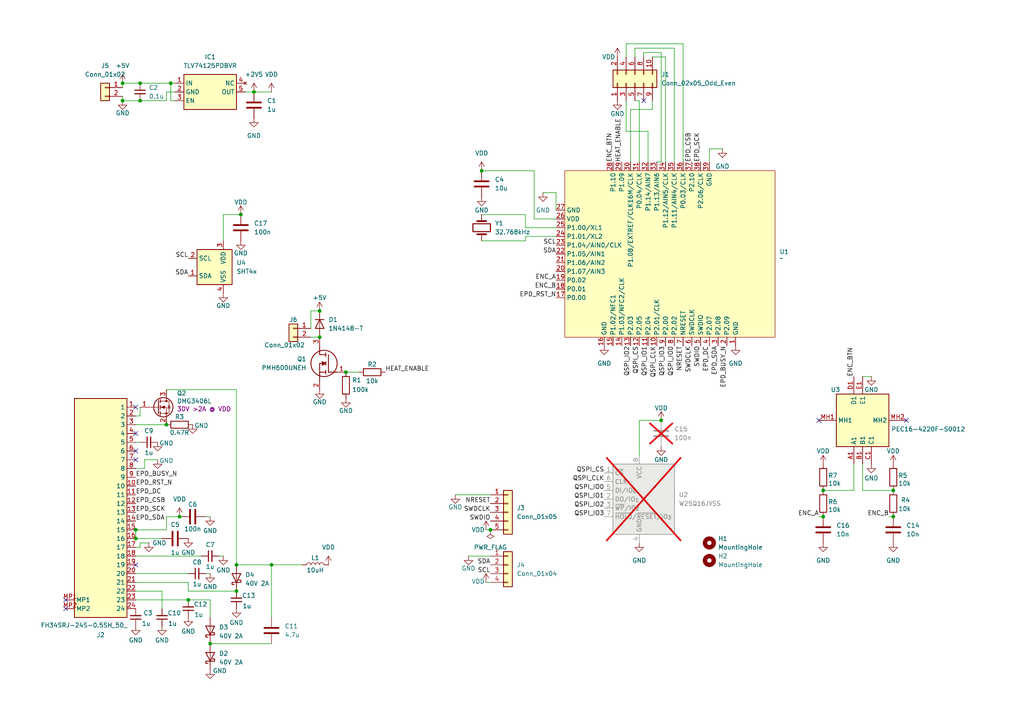
<source format=kicad_sch>
(kicad_sch (version 20250114) (generator "eeschema") (generator_version "9.0")
  (paper "A4")
  (lib_symbols
    (symbol "Connector_Generic:Conn_01x02" (pin_names (offset 1.016) (hide yes))
      (property "Reference" "J" (at 0 2.54 0))
      (property "Value" "Conn_01x02" (at 0 -5.08 0))
      (symbol "Conn_01x02_1_1"
        (pin passive line (at -5.08 0 0) (length 3.81) (name "Pin_1") (number "1"))
        (pin passive line (at -5.08 -2.54 0) (length 3.81) (name "Pin_2") (number "2"))
      )
    )
    (symbol "Connector_Generic:Conn_01x04" (pin_names (offset 1.016) (hide yes))
      (property "Reference" "J" (at 0 5.08 0))
      (property "Value" "Conn_01x04" (at 0 -7.62 0))
      (symbol "Conn_01x04_1_1"
        (pin passive line (at -5.08 2.54 0) (length 3.81) (name "Pin_1") (number "1"))
        (pin passive line (at -5.08 0 0) (length 3.81) (name "Pin_2") (number "2"))
        (pin passive line (at -5.08 -2.54 0) (length 3.81) (name "Pin_3") (number "3"))
        (pin passive line (at -5.08 -5.08 0) (length 3.81) (name "Pin_4") (number "4"))
      )
    )
    (symbol "Connector_Generic:Conn_01x05" (pin_names (offset 1.016) (hide yes))
      (property "Reference" "J" (at 0 7.62 0))
      (property "Value" "Conn_01x05" (at 0 -7.62 0))
      (symbol "Conn_01x05_1_1"
        (pin passive line (at -5.08 5.08 0) (length 3.81) (name "Pin_1") (number "1"))
        (pin passive line (at -5.08 2.54 0) (length 3.81) (name "Pin_2") (number "2"))
        (pin passive line (at -5.08 0 0) (length 3.81) (name "Pin_3") (number "3"))
        (pin passive line (at -5.08 -2.54 0) (length 3.81) (name "Pin_4") (number "4"))
        (pin passive line (at -5.08 -5.08 0) (length 3.81) (name "Pin_5") (number "5"))
      )
    )
    (symbol "Connector_Generic:Conn_02x05_Odd_Even" (pin_names (offset 1.016) (hide yes))
      (property "Reference" "J" (at 1.27 7.62 0))
      (property "Value" "Conn_02x05_Odd_Even" (at 1.27 -7.62 0))
      (symbol "Conn_02x05_Odd_Even_1_1"
        (pin passive line (at -5.08 5.08 0) (length 3.81) (name "Pin_1") (number "1"))
        (pin passive line (at -5.08 2.54 0) (length 3.81) (name "Pin_3") (number "3"))
        (pin passive line (at -5.08 0 0) (length 3.81) (name "Pin_5") (number "5"))
        (pin passive line (at -5.08 -2.54 0) (length 3.81) (name "Pin_7") (number "7"))
        (pin passive line (at -5.08 -5.08 0) (length 3.81) (name "Pin_9") (number "9"))
        (pin passive line (at 7.62 5.08 180) (length 3.81) (name "Pin_2") (number "2"))
        (pin passive line (at 7.62 2.54 180) (length 3.81) (name "Pin_4") (number "4"))
        (pin passive line (at 7.62 0 180) (length 3.81) (name "Pin_6") (number "6"))
        (pin passive line (at 7.62 -2.54 180) (length 3.81) (name "Pin_8") (number "8"))
        (pin passive line (at 7.62 -5.08 180) (length 3.81) (name "Pin_10") (number "10"))
      )
    )
    (symbol "Device:C" (pin_numbers (hide yes)) (pin_names (offset 0.254))
      (property "Reference" "C" (at 0.635 2.54 0))
      (property "Value" "C" (at 0.635 -2.54 0))
      (symbol "C_1_1"
        (pin passive line (at 0 3.81 270) (length 2.794) (name "~") (number "1"))
        (pin passive line (at 0 -3.81 90) (length 2.794) (name "~") (number "2"))
      )
    )
    (symbol "Device:C_Small" (pin_numbers (hide yes)) (pin_names (offset 0.254) (hide yes))
      (property "Reference" "C" (at 0.254 1.778 0))
      (property "Value" "C_Small" (at 0.254 -2.032 0))
      (symbol "C_Small_1_1"
        (pin passive line (at 0 2.54 270) (length 2.032) (name "~") (number "1"))
        (pin passive line (at 0 -2.54 90) (length 2.032) (name "~") (number "2"))
      )
    )
    (symbol "Device:Crystal" (pin_numbers (hide yes)) (pin_names (offset 1.016) (hide yes))
      (property "Reference" "Y" (at 0 3.81 0))
      (property "Value" "Crystal" (at 0 -3.81 0))
      (symbol "Crystal_1_1"
        (pin passive line (at -3.81 0 0) (length 1.27) (name "1") (number "1"))
        (pin passive line (at 3.81 0 180) (length 1.27) (name "2") (number "2"))
      )
    )
    (symbol "Device:D" (pin_numbers (hide yes)) (pin_names (offset 1.016) (hide yes))
      (property "Reference" "D" (at 0 2.54 0))
      (property "Value" "D" (at 0 -2.54 0))
      (symbol "D_1_1"
        (pin passive line (at -3.81 0 0) (length 2.54) (name "K") (number "1"))
        (pin passive line (at 3.81 0 180) (length 2.54) (name "A") (number "2"))
      )
    )
    (symbol "Device:D_Schottky" (pin_numbers (hide yes)) (pin_names (offset 1.016) (hide yes))
      (property "Reference" "D" (at 0 2.54 0))
      (property "Value" "D_Schottky" (at 0 -2.54 0))
      (symbol "D_Schottky_1_1"
        (pin passive line (at -3.81 0 0) (length 2.54) (name "K") (number "1"))
        (pin passive line (at 3.81 0 180) (length 2.54) (name "A") (number "2"))
      )
    )
    (symbol "Device:L" (pin_numbers (hide yes)) (pin_names (offset 1.016) (hide yes))
      (property "Reference" "L" (at -1.27 0 90))
      (property "Value" "L" (at 1.905 0 90))
      (symbol "L_1_1"
        (pin passive line (at 0 3.81 270) (length 1.27) (name "1") (number "1"))
        (pin passive line (at 0 -3.81 90) (length 1.27) (name "2") (number "2"))
      )
    )
    (symbol "Device:R" (pin_numbers (hide yes)) (pin_names (offset 0))
      (property "Reference" "R" (at 2.032 0 90))
      (property "Value" "R" (at 0 0 90))
      (symbol "R_1_1"
        (pin passive line (at 0 3.81 270) (length 1.27) (name "~") (number "1"))
        (pin passive line (at 0 -3.81 90) (length 1.27) (name "~") (number "2"))
      )
    )
    (symbol "Ezurio:453-00xxx"
      (property "Reference" "U" (at 21.336 -20.32 0))
      (symbol "453-00xxx_1_1"
        (pin power_in line (at -33.02 12.7 0) (length 2.54) (name "GND") (number "27"))
        (pin power_in line (at -33.02 10.16 0) (length 2.54) (name "VDD") (number "26"))
        (pin bidirectional line (at -33.02 7.62 0) (length 2.54) (name "P1.00/XL1") (number "25"))
        (pin bidirectional line (at -33.02 5.08 0) (length 2.54) (name "P1.01/XL2") (number "24"))
        (pin bidirectional line (at -33.02 2.54 0) (length 2.54) (name "P1.04/AIN0/CLK") (number "23"))
        (pin bidirectional line (at -33.02 0 0) (length 2.54) (name "P1.05/AIN1") (number "22"))
        (pin bidirectional line (at -33.02 -2.54 0) (length 2.54) (name "P1.06/AIN2") (number "21"))
        (pin bidirectional line (at -33.02 -5.08 0) (length 2.54) (name "P1.07/AIN3") (number "20"))
        (pin bidirectional line (at -33.02 -7.62 0) (length 2.54) (name "P0.02") (number "19"))
        (pin bidirectional line (at -33.02 -10.16 0) (length 2.54) (name "P0.01") (number "18"))
        (pin bidirectional line (at -33.02 -12.7 0) (length 2.54) (name "P0.00") (number "17"))
        (pin power_in line (at -19.05 -26.67 90) (length 2.54) (name "GND") (number "16"))
        (pin bidirectional line (at -16.51 26.67 270) (length 2.54) (name "P1.10") (number "28"))
        (pin bidirectional line (at -16.51 -26.67 90) (length 2.54) (name "P1.02/NFC1") (number "15"))
        (pin bidirectional line (at -13.97 26.67 270) (length 2.54) (name "P1.09") (number "29"))
        (pin bidirectional line (at -13.97 -26.67 90) (length 2.54) (name "P1.03/NFC2/CLK") (number "14"))
        (pin bidirectional line (at -11.43 26.67 270) (length 2.54) (name "P1.08/EXTREF/CLK16M/CLK") (number "30"))
        (pin bidirectional line (at -11.43 -26.67 90) (length 2.54) (name "P2.03") (number "13"))
        (pin bidirectional line (at -8.89 26.67 270) (length 2.54) (name "P0.04/CLK") (number "31"))
        (pin bidirectional line (at -8.89 -26.67 90) (length 2.54) (name "P2.05") (number "12"))
        (pin bidirectional line (at -6.35 26.67 270) (length 2.54) (name "P1.14/AIN7") (number "32"))
        (pin bidirectional line (at -6.35 -26.67 90) (length 2.54) (name "P2.04") (number "11"))
        (pin bidirectional line (at -3.81 26.67 270) (length 2.54) (name "P1.13/AIN6") (number "33"))
        (pin bidirectional line (at -3.81 -26.67 90) (length 2.54) (name "P2.01/CLK") (number "10"))
        (pin bidirectional line (at -1.27 26.67 270) (length 2.54) (name "P1.12/AIN5/CLK") (number "34"))
        (pin bidirectional line (at -1.27 -26.67 90) (length 2.54) (name "P2.00") (number "9"))
        (pin bidirectional line (at 1.27 26.67 270) (length 2.54) (name "P1.11/AIN4/CLK") (number "35"))
        (pin bidirectional line (at 1.27 -26.67 90) (length 2.54) (name "P2.02") (number "8"))
        (pin bidirectional line (at 3.81 26.67 270) (length 2.54) (name "P0.03/CLK") (number "36"))
        (pin input line (at 3.81 -26.67 90) (length 2.54) (name "NRESET") (number "7"))
        (pin bidirectional line (at 6.35 26.67 270) (length 2.54) (name "P2.10") (number "37"))
        (pin input line (at 6.35 -26.67 90) (length 2.54) (name "SWDCLK") (number "6"))
        (pin bidirectional line (at 8.89 26.67 270) (length 2.54) (name "P2.06/CLK") (number "38"))
        (pin bidirectional line (at 8.89 -26.67 90) (length 2.54) (name "SWDIO") (number "5"))
        (pin power_in line (at 11.43 26.67 270) (length 2.54) (name "GND") (number "39"))
        (pin bidirectional line (at 11.43 -26.67 90) (length 2.54) (name "P2.07") (number "4"))
        (pin bidirectional line (at 13.97 -26.67 90) (length 2.54) (name "P2.08") (number "3"))
        (pin bidirectional line (at 16.51 -26.67 90) (length 2.54) (name "P2.09") (number "2"))
        (pin power_in line (at 19.05 -26.67 90) (length 2.54) (name "GND") (number "1"))
      )
    )
    (symbol "FH34SRJ-24S-0_5SH_50_:FH34SRJ-24S-0.5SH_50_"
      (property "Reference" "J" (at 21.59 7.62 0))
      (property "Value" "FH34SRJ-24S-0.5SH_50_" (at 21.59 5.08 0))
      (symbol "FH34SRJ-24S-0.5SH_50__1_1"
        (pin passive line (at 2.54 0 0) (length 2.54) (name "MP2") (number "MP2"))
        (pin passive line (at 2.54 -2.54 0) (length 2.54) (name "MP1") (number "MP1"))
        (pin passive line (at 22.86 0 180) (length 2.54) (name "24") (number "24"))
        (pin passive line (at 22.86 -2.54 180) (length 2.54) (name "23") (number "23"))
        (pin passive line (at 22.86 -5.08 180) (length 2.54) (name "22") (number "22"))
        (pin passive line (at 22.86 -7.62 180) (length 2.54) (name "21") (number "21"))
        (pin passive line (at 22.86 -10.16 180) (length 2.54) (name "20") (number "20"))
        (pin passive line (at 22.86 -12.7 180) (length 2.54) (name "19") (number "19"))
        (pin passive line (at 22.86 -15.24 180) (length 2.54) (name "18") (number "18"))
        (pin passive line (at 22.86 -17.78 180) (length 2.54) (name "17") (number "17"))
        (pin passive line (at 22.86 -20.32 180) (length 2.54) (name "16") (number "16"))
        (pin passive line (at 22.86 -22.86 180) (length 2.54) (name "15") (number "15"))
        (pin passive line (at 22.86 -25.4 180) (length 2.54) (name "14") (number "14"))
        (pin passive line (at 22.86 -27.94 180) (length 2.54) (name "13") (number "13"))
        (pin passive line (at 22.86 -30.48 180) (length 2.54) (name "12") (number "12"))
        (pin passive line (at 22.86 -33.02 180) (length 2.54) (name "11") (number "11"))
        (pin passive line (at 22.86 -35.56 180) (length 2.54) (name "10") (number "10"))
        (pin passive line (at 22.86 -38.1 180) (length 2.54) (name "9") (number "9"))
        (pin passive line (at 22.86 -40.64 180) (length 2.54) (name "8") (number "8"))
        (pin passive line (at 22.86 -43.18 180) (length 2.54) (name "7") (number "7"))
        (pin passive line (at 22.86 -45.72 180) (length 2.54) (name "6") (number "6"))
        (pin passive line (at 22.86 -48.26 180) (length 2.54) (name "5") (number "5"))
        (pin passive line (at 22.86 -50.8 180) (length 2.54) (name "4") (number "4"))
        (pin passive line (at 22.86 -53.34 180) (length 2.54) (name "3") (number "3"))
        (pin passive line (at 22.86 -55.88 180) (length 2.54) (name "2") (number "2"))
        (pin passive line (at 22.86 -58.42 180) (length 2.54) (name "1") (number "1"))
      )
    )
    (symbol "Mechanical:MountingHole" (pin_names (offset 1.016)) (in_bom no)
      (property "Reference" "H" (at 0 5.08 0))
      (property "Value" "MountingHole" (at 0 3.175 0))
    )
    (symbol "Memory_Flash:W25Q16JVSS"
      (property "Reference" "U" (at -6.35 11.43 0))
      (property "Value" "W25Q16JVSS" (at 7.62 11.43 0))
      (symbol "W25Q16JVSS_1_1"
        (pin input line (at -10.16 7.62 0) (length 2.54) (name "~{CS}") (number "1"))
        (pin input line (at -10.16 5.08 0) (length 2.54) (name "CLK") (number "6"))
        (pin bidirectional line (at -10.16 2.54 0) (length 2.54) (name "DI/IO_{0}") (number "5"))
        (pin bidirectional line (at -10.16 0 0) (length 2.54) (name "DO/IO_{1}") (number "2"))
        (pin bidirectional line (at -10.16 -2.54 0) (length 2.54) (name "~{WP}/IO_{2}") (number "3"))
        (pin bidirectional line (at -10.16 -5.08 0) (length 2.54) (name "~{HOLD}/~{RESET}/IO_{3}") (number "7"))
        (pin power_in line (at 0 12.7 270) (length 2.54) (name "VCC") (number "8"))
        (pin power_in line (at 0 -12.7 90) (length 2.54) (name "GND") (number "4"))
      )
    )
    (symbol "PEC16-4220F-S0024:PEC16-4220F-S0012"
      (property "Reference" "U" (at 21.59 12.7 0))
      (property "Value" "PEC16-4220F-S0012" (at 21.59 10.16 0))
      (symbol "PEC16-4220F-S0012_1_1"
        (pin passive line (at 0 0 0) (length 5.08) (name "MH1") (number "MH1"))
        (pin passive line (at 10.16 12.7 270) (length 5.08) (name "D1") (number "D1"))
        (pin passive line (at 10.16 -12.7 90) (length 5.08) (name "A1") (number "A1"))
        (pin passive line (at 12.7 12.7 270) (length 5.08) (name "E1") (number "E1"))
        (pin passive line (at 12.7 -12.7 90) (length 5.08) (name "B1") (number "B1"))
        (pin passive line (at 15.24 -12.7 90) (length 5.08) (name "C1") (number "C1"))
        (pin passive line (at 25.4 0 180) (length 5.08) (name "MH2") (number "MH2"))
      )
    )
    (symbol "PMH600UNEH:PMH600UNEH" (pin_names (hide yes))
      (property "Reference" "Q" (at 11.43 3.81 0))
      (property "Value" "PMH600UNEH" (at 11.43 1.27 0))
      (symbol "PMH600UNEH_1_1"
        (pin passive line (at 0 0 0) (length 2.54) (name "G") (number "1"))
        (pin passive line (at 7.62 10.16 270) (length 2.54) (name "D") (number "3"))
        (pin passive line (at 7.62 -5.08 90) (length 2.54) (name "S") (number "2"))
      )
    )
    (symbol "Sensor_Humidity:SHT4x"
      (property "Reference" "U" (at 0 8.89 0))
      (property "Value" "SHT4x" (at 0 6.35 0))
      (symbol "SHT4x_1_1"
        (pin input line (at -7.62 2.54 0) (length 2.54) (name "SCL") (number "2"))
        (pin bidirectional line (at -7.62 -2.54 0) (length 2.54) (name "SDA") (number "1"))
        (pin power_in line (at 2.54 7.62 270) (length 2.54) (name "VDD") (number "3"))
        (pin power_in line (at 2.54 -7.62 90) (length 2.54) (name "VSS") (number "4"))
      )
    )
    (symbol "TLV74125PDBVR:TLV74125PDBVR"
      (property "Reference" "IC" (at 21.59 7.62 0))
      (property "Value" "TLV74125PDBVR" (at 21.59 5.08 0))
      (symbol "TLV74125PDBVR_1_1"
        (pin passive line (at 2.54 0 0) (length 2.54) (name "IN") (number "1"))
        (pin passive line (at 2.54 -2.54 0) (length 2.54) (name "GND") (number "2"))
        (pin passive line (at 2.54 -5.08 0) (length 2.54) (name "EN") (number "3"))
        (pin no_connect line (at 22.86 0 180) (length 2.54) (name "NC") (number "4"))
        (pin passive line (at 22.86 -2.54 180) (length 2.54) (name "OUT") (number "5"))
      )
    )
    (symbol "Transistor_FET:Q_NMOS_GSD" (pin_names (offset 0) (hide yes))
      (property "Reference" "Q" (at 5.08 1.905 0))
      (property "Value" "Q_NMOS_GSD" (at 5.08 0 0))
      (symbol "Q_NMOS_GSD_1_1"
        (pin input line (at -5.08 0 0) (length 2.54) (name "G") (number "1"))
        (pin passive line (at 2.54 5.08 270) (length 2.54) (name "D") (number "3"))
        (pin passive line (at 2.54 -5.08 90) (length 2.54) (name "S") (number "2"))
      )
    )
    (symbol "power:+2V5" (power) (pin_numbers (hide yes)) (pin_names (offset 0) (hide yes))
      (property "Value" "+2V5" (at 0 3.556 0))
      (symbol "+2V5_1_1"
        (pin power_in line (at 0 0 90) (length 0) (name "~") (number "1"))
      )
    )
    (symbol "power:+5V" (power) (pin_numbers (hide yes)) (pin_names (offset 0) (hide yes))
      (property "Value" "+5V" (at 0 3.556 0))
      (symbol "+5V_1_1"
        (pin power_in line (at 0 0 90) (length 0) (name "~") (number "1"))
      )
    )
    (symbol "power:GND" (power) (pin_numbers (hide yes)) (pin_names (offset 0) (hide yes))
      (property "Value" "GND" (at 0 -3.81 0))
      (symbol "GND_1_1"
        (pin power_in line (at 0 0 270) (length 0) (name "~") (number "1"))
      )
    )
    (symbol "power:PWR_FLAG" (power) (pin_numbers (hide yes)) (pin_names (offset 0) (hide yes))
      (property "Value" "PWR_FLAG" (at 0 3.81 0))
      (symbol "PWR_FLAG_0_0"
        (pin power_out line (at 0 0 90) (length 0) (name "~") (number "1"))
      )
    )
    (symbol "power:VDD" (power) (pin_numbers (hide yes)) (pin_names (offset 0) (hide yes))
      (property "Value" "VDD" (at 0 3.556 0))
      (symbol "VDD_1_1"
        (pin power_in line (at 0 0 90) (length 0) (name "~") (number "1"))
      )
    )
  )
  (junction (at 92.71 90.17))
  (junction (at 40.64 24.13))
  (junction (at 139.7 49.53))
  (junction (at 39.37 153.67))
  (junction (at 259.08 149.86))
  (junction (at 35.56 24.13))
  (junction (at 48.26 123.19))
  (junction (at 60.96 186.69))
  (junction (at 259.08 142.24))
  (junction (at 238.76 149.86))
  (junction (at 68.58 163.83))
  (junction (at 238.76 142.24))
  (junction (at 39.37 156.21))
  (junction (at 52.07 149.86))
  (junction (at 100.33 107.95))
  (junction (at 142.24 153.67))
  (junction (at 78.74 163.83))
  (junction (at 69.85 62.23))
  (junction (at 40.64 29.21))
  (junction (at 92.71 97.79))
  (junction (at 73.66 26.67))
  (junction (at 68.58 171.45))
  (junction (at 54.61 173.99))
  (junction (at 35.56 29.21))
  (junction (at 49.53 24.13))
  (junction (at 191.77 121.92))
  (no_connect (at 186.69 29.21))
  (no_connect (at 262.89 121.92))
  (no_connect (at 237.49 121.92))
  (no_connect (at 39.37 118.11))
  (no_connect (at 39.37 163.83))
  (no_connect (at 19.05 176.53))
  (no_connect (at 39.37 125.73))
  (no_connect (at 19.05 173.99))
  (no_connect (at 39.37 133.35))
  (no_connect (at 39.37 130.81))
  (wire (pts (xy 35.56 29.21) (xy 40.64 29.21)))
  (wire (pts (xy 40.64 24.13) (xy 49.53 24.13)))
  (wire (pts (xy 48.26 26.67) (xy 50.8 26.67)))
  (wire (pts (xy 40.64 157.48) (xy 40.64 158.75)))
  (wire (pts (xy 39.37 161.29) (xy 58.42 161.29)))
  (wire (pts (xy 250.19 142.24) (xy 259.08 142.24)))
  (wire (pts (xy 90.17 95.25) (xy 90.17 90.17)))
  (wire (pts (xy 135.89 161.29) (xy 142.24 161.29)))
  (wire (pts (xy 154.94 49.53) (xy 154.94 63.5)))
  (wire (pts (xy 35.56 27.94) (xy 35.56 29.21)))
  (wire (pts (xy 41.91 133.35) (xy 45.72 133.35)))
  (wire (pts (xy 78.74 163.83) (xy 68.58 163.83)))
  (wire (pts (xy 152.4 68.58) (xy 161.29 68.58)))
  (wire (pts (xy 161.29 60.96) (xy 161.29 55.88)))
  (wire (pts (xy 185.42 121.92) (xy 185.42 132.08)))
  (wire (pts (xy 39.37 166.37) (xy 54.61 166.37)))
  (wire (pts (xy 35.56 24.13) (xy 35.56 25.4)))
  (wire (pts (xy 41.91 133.35) (xy 41.91 135.89)))
  (wire (pts (xy 48.26 29.21) (xy 48.26 26.67)))
  (wire (pts (xy 48.26 113.03) (xy 68.58 113.03)))
  (wire (pts (xy 46.99 171.45) (xy 46.99 176.53)))
  (wire (pts (xy 46.99 156.21) (xy 39.37 156.21)))
  (wire (pts (xy 182.88 46.99) (xy 182.88 31.75)))
  (wire (pts (xy 185.42 29.21) (xy 184.15 29.21)))
  (wire (pts (xy 139.7 69.85) (xy 152.4 69.85)))
  (wire (pts (xy 54.61 173.99) (xy 60.96 173.99)))
  (wire (pts (xy 157.48 55.88) (xy 161.29 55.88)))
  (wire (pts (xy 35.56 24.13) (xy 40.64 24.13)))
  (wire (pts (xy 191.77 121.92) (xy 185.42 121.92)))
  (wire (pts (xy 39.37 153.67) (xy 48.26 153.67)))
  (wire (pts (xy 40.64 120.65) (xy 40.64 118.11)))
  (wire (pts (xy 87.63 163.83) (xy 78.74 163.83)))
  (wire (pts (xy 40.64 157.48) (xy 43.18 157.48)))
  (wire (pts (xy 182.88 31.75) (xy 189.23 31.75)))
  (wire (pts (xy 184.15 13.97) (xy 184.15 16.51)))
  (wire (pts (xy 90.17 90.17) (xy 92.71 90.17)))
  (wire (pts (xy 195.58 46.99) (xy 195.58 13.97)))
  (wire (pts (xy 191.77 46.99) (xy 191.77 15.24)))
  (wire (pts (xy 41.91 135.89) (xy 39.37 135.89)))
  (wire (pts (xy 90.17 97.79) (xy 92.71 97.79)))
  (wire (pts (xy 60.96 173.99) (xy 60.96 179.07)))
  (wire (pts (xy 60.96 186.69) (xy 78.74 186.69)))
  (wire (pts (xy 181.61 12.7) (xy 181.61 16.51)))
  (wire (pts (xy 237.49 149.86) (xy 238.76 149.86)))
  (wire (pts (xy 104.14 107.95) (xy 100.33 107.95)))
  (wire (pts (xy 73.66 26.67) (xy 78.74 26.67)))
  (wire (pts (xy 39.37 173.99) (xy 54.61 173.99)))
  (wire (pts (xy 198.12 12.7) (xy 181.61 12.7)))
  (wire (pts (xy 152.4 62.23) (xy 152.4 66.04)))
  (wire (pts (xy 154.94 63.5) (xy 161.29 63.5)))
  (wire (pts (xy 191.77 15.24) (xy 186.69 15.24)))
  (wire (pts (xy 187.96 46.99) (xy 187.96 38.1)))
  (wire (pts (xy 49.53 24.13) (xy 50.8 24.13)))
  (wire (pts (xy 39.37 120.65) (xy 40.64 120.65)))
  (wire (pts (xy 68.58 113.03) (xy 68.58 163.83)))
  (wire (pts (xy 193.04 46.99) (xy 193.04 16.51)))
  (wire (pts (xy 39.37 153.67) (xy 39.37 156.21)))
  (wire (pts (xy 71.12 26.67) (xy 73.66 26.67)))
  (wire (pts (xy 132.08 143.51) (xy 142.24 143.51)))
  (wire (pts (xy 60.96 149.86) (xy 59.69 149.86)))
  (wire (pts (xy 39.37 123.19) (xy 48.26 123.19)))
  (wire (pts (xy 50.8 29.21) (xy 49.53 29.21)))
  (wire (pts (xy 40.64 158.75) (xy 39.37 158.75)))
  (wire (pts (xy 39.37 171.45) (xy 46.99 171.45)))
  (wire (pts (xy 49.53 24.13) (xy 49.53 29.21)))
  (wire (pts (xy 48.26 153.67) (xy 48.26 149.86)))
  (wire (pts (xy 139.7 62.23) (xy 152.4 62.23)))
  (wire (pts (xy 54.61 171.45) (xy 68.58 171.45)))
  (wire (pts (xy 189.23 31.75) (xy 189.23 29.21)))
  (wire (pts (xy 48.26 149.86) (xy 52.07 149.86)))
  (wire (pts (xy 39.37 168.91) (xy 54.61 168.91)))
  (wire (pts (xy 54.61 168.91) (xy 54.61 171.45)))
  (wire (pts (xy 257.81 149.86) (xy 259.08 149.86)))
  (wire (pts (xy 191.77 46.99) (xy 190.5 46.99)))
  (wire (pts (xy 186.69 15.24) (xy 186.69 16.51)))
  (wire (pts (xy 139.7 49.53) (xy 154.94 49.53)))
  (wire (pts (xy 205.74 46.99) (xy 205.74 43.18)))
  (wire (pts (xy 250.19 109.22) (xy 252.73 109.22)))
  (wire (pts (xy 195.58 13.97) (xy 184.15 13.97)))
  (wire (pts (xy 140.97 153.67) (xy 142.24 153.67)))
  (wire (pts (xy 69.85 62.23) (xy 64.77 62.23)))
  (wire (pts (xy 193.04 16.51) (xy 189.23 16.51)))
  (wire (pts (xy 40.64 128.27) (xy 39.37 128.27)))
  (wire (pts (xy 64.77 62.23) (xy 64.77 69.85)))
  (wire (pts (xy 152.4 69.85) (xy 152.4 68.58)))
  (wire (pts (xy 152.4 66.04) (xy 161.29 66.04)))
  (wire (pts (xy 181.61 38.1) (xy 181.61 29.21)))
  (wire (pts (xy 238.76 142.24) (xy 247.65 142.24)))
  (wire (pts (xy 187.96 38.1) (xy 181.61 38.1)))
  (wire (pts (xy 205.74 43.18) (xy 209.55 43.18)))
  (wire (pts (xy 64.77 161.29) (xy 63.5 161.29)))
  (wire (pts (xy 250.19 134.62) (xy 250.19 142.24)))
  (wire (pts (xy 140.97 168.91) (xy 142.24 168.91)))
  (wire (pts (xy 247.65 142.24) (xy 247.65 134.62)))
  (wire (pts (xy 40.64 29.21) (xy 48.26 29.21)))
  (wire (pts (xy 185.42 46.99) (xy 185.42 29.21)))
  (wire (pts (xy 78.74 163.83) (xy 78.74 179.07)))
  (wire (pts (xy 60.96 166.37) (xy 59.69 166.37)))
  (wire (pts (xy 198.12 46.99) (xy 198.12 12.7)))
  (label "EPD_BUSY_N" (at 39.37 138.43 0))
  (label "ENC_BTN" (at 247.65 109.22 90))
  (label "SWDCLK" (at 200.66 100.33 270))
  (label "QSPI_IO1" (at 187.96 100.33 270))
  (label "SCL" (at 142.24 166.37 180))
  (label "QSPI_IO0" (at 195.58 100.33 270))
  (label "QSPI_IO2" (at 182.88 100.33 270))
  (label "EPD_CSB" (at 200.66 46.99 90))
  (label "QSPI_CS" (at 175.26 137.16 180))
  (label "SWDIO" (at 142.24 151.13 180))
  (label "QSPI_IO0" (at 175.26 142.24 180))
  (label "QSPI_IO3" (at 193.04 100.33 270))
  (label "EPD_SDA" (at 208.28 100.33 270))
  (label "QSPI_IO3" (at 175.26 149.86 180))
  (label "NRESET" (at 198.12 100.33 270))
  (label "SWDCLK" (at 142.24 148.59 180))
  (label "SCL" (at 161.29 71.12 180))
  (label "NRESET" (at 142.24 146.05 180))
  (label "ENC_B" (at 161.29 83.82 180))
  (label "QSPI_CLK" (at 175.26 139.7 180))
  (label "HEAT_ENABLE" (at 111.76 107.95 0))
  (label "SDA" (at 161.29 73.66 180))
  (label "QSPI_CLK" (at 190.5 100.33 270))
  (label "ENC_A" (at 237.49 149.86 180))
  (label "EPD_DC" (at 39.37 143.51 0))
  (label "EPD_SDA" (at 39.37 151.13 0))
  (label "ENC_BTN" (at 177.8 46.99 90))
  (label "QSPI_IO1" (at 175.26 144.78 180))
  (label "QSPI_CS" (at 185.42 100.33 270))
  (label "ENC_A" (at 161.29 81.28 180))
  (label "EPD_SCK" (at 203.2 46.99 90))
  (label "EPD_DC" (at 205.74 100.33 270))
  (label "QSPI_IO2" (at 175.26 147.32 180))
  (label "HEAT_ENABLE" (at 180.34 46.99 90))
  (label "SWDIO" (at 203.2 100.33 270))
  (label "SCL" (at 54.61 74.93 180))
  (label "EPD_RST_N" (at 39.37 140.97 0))
  (label "EPD_SCK" (at 39.37 148.59 0))
  (label "EPD_RST_N" (at 161.29 86.36 180))
  (label "SDA" (at 54.61 80.01 180))
  (label "EPD_BUSY_N" (at 210.82 100.33 270))
  (label "EPD_CSB" (at 39.37 146.05 0))
  (label "ENC_B" (at 257.81 149.86 180))
  (label "SDA" (at 142.24 163.83 180))
  (symbol (lib_id "power:GND") (at 139.7 57.15 0) (unit 1)
    (property "Reference" "#PWR027" (effects (hide yes)))
    (property "Value" "GND" (at 139.7 60.96 0))
    (property "Description" "Power symbol creates a global label with name \"GND\" , ground" (effects (hide yes)))
  )
  (symbol (lib_id "Device:D_Schottky") (at 60.96 182.88 90) (unit 1)
    (property "Reference" "D3" (at 63.5 181.9274 90) (effects (justify right)))
    (property "Value" "40V 2A" (at 63.5 184.4674 90) (effects (justify right)))
    (property "Footprint" "Panjit:SODFL3618X110N" (effects (hide yes)))
    (property "Datasheet" "https://www.mouser.com/datasheet/2/1057/SS2040LL-1876190.pdf" (effects (hide yes)))
    (property "Description" "Schottky diode" (effects (hide yes)))
  )
  (symbol (lib_id "Device:R") (at 259.08 146.05 180) (unit 1)
    (property "Reference" "R4" (at 262.636 145.034 0))
    (property "Value" "10k" (at 262.382 147.574 0))
    (property "Footprint" "Resistor_SMD:R_0603_1608Metric" (effects (hide yes)))
    (property "Description" "Resistor" (effects (hide yes)))
  )
  (symbol (lib_id "power:GND") (at 60.96 166.37 0) (unit 1)
    (property "Reference" "#PWR050" (effects (hide yes)))
    (property "Value" "GND" (at 60.96 170.18 0))
    (property "Description" "Power symbol creates a global label with name \"GND\" , ground" (effects (hide yes)))
  )
  (symbol (lib_id "Device:C_Small") (at 43.18 128.27 90) (unit 1)
    (property "Reference" "C9" (at 43.18 124.968 90))
    (property "Value" "1u" (at 43.18 131.318 90))
    (property "Footprint" "Capacitor_SMD:C_0603_1608Metric" (effects (hide yes)))
    (property "Datasheet" "https://www.mouser.com/datasheet/2/396/mlcc02_e-1307760.pdf" (effects (hide yes)))
    (property "Description" "Unpolarized capacitor, small symbol" (effects (hide yes)))
  )
  (symbol (lib_id "Device:C_Small") (at 39.37 179.07 180) (unit 1)
    (property "Reference" "C3" (at 42.926 177.8 0))
    (property "Value" "1u" (at 42.418 180.848 0))
    (property "Footprint" "Capacitor_SMD:C_0603_1608Metric" (effects (hide yes)))
    (property "Datasheet" "https://www.mouser.com/datasheet/2/396/mlcc02_e-1307760.pdf" (effects (hide yes)))
    (property "Description" "Unpolarized capacitor, small symbol" (effects (hide yes)))
  )
  (symbol (lib_id "power:GND") (at 68.58 176.53 0) (unit 1)
    (property "Reference" "#PWR053" (effects (hide yes)))
    (property "Value" "GND" (at 68.58 180.594 0))
    (property "Description" "Power symbol creates a global label with name \"GND\" , ground" (effects (hide yes)))
  )
  (symbol (lib_id "Device:C_Small") (at 46.99 179.07 180) (unit 1)
    (property "Reference" "C10" (at 50.546 177.8 0))
    (property "Value" "1u" (at 50.038 180.848 0))
    (property "Footprint" "Capacitor_SMD:C_0603_1608Metric" (effects (hide yes)))
    (property "Datasheet" "https://www.mouser.com/datasheet/2/396/mlcc02_e-1307760.pdf" (effects (hide yes)))
    (property "Description" "Unpolarized capacitor, small symbol" (effects (hide yes)))
  )
  (symbol (lib_id "power:GND") (at 43.18 157.48 0) (unit 1)
    (property "Reference" "#PWR048" (effects (hide yes)))
    (property "Value" "GND" (at 46.228 157.48 0))
    (property "Description" "Power symbol creates a global label with name \"GND\" , ground" (effects (hide yes)))
  )
  (symbol (lib_id "Device:D") (at 92.71 93.98 270) (unit 1)
    (property "Reference" "D1" (at 95.25 92.7099 90) (effects (justify left)))
    (property "Value" "1N4148-T" (at 95.25 95.2499 90) (effects (justify left)))
    (property "Footprint" "Diode_THT:D_DO-35_SOD27_P2.54mm_Vertical_AnodeUp" (effects (hide yes)))
    (property "Description" "Diode" (effects (hide yes)))
    (property "Sim.Device" "D" (effects (hide yes)))
    (property "Sim.Pins" "1=K 2=A" (effects (hide yes)))
  )
  (symbol (lib_id "power:+5V") (at 92.71 90.17 0) (unit 1)
    (property "Reference" "#PWR04" (effects (hide yes)))
    (property "Value" "+5V" (at 92.71 86.36 0))
    (property "Description" "Power symbol creates a global label with name \"+5V\"" (effects (hide yes)))
  )
  (symbol (lib_id "Device:C_Small") (at 40.64 26.67 0) (unit 1)
    (property "Reference" "C2" (at 43.18 25.4062 0) (effects (justify left)))
    (property "Value" "0.1u" (at 43.18 27.9462 0) (effects (justify left)))
    (property "Footprint" "Capacitor_SMD:C_0402_1005Metric" (effects (hide yes)))
    (property "Description" "Unpolarized capacitor, small symbol" (effects (hide yes)))
  )
  (symbol (lib_id "power:GND") (at 252.73 109.22 0) (unit 1)
    (property "Reference" "#PWR017" (effects (hide yes)))
    (property "Value" "GND" (at 252.73 113.03 0))
    (property "Description" "Power symbol creates a global label with name \"GND\" , ground" (effects (hide yes)))
  )
  (symbol (lib_id "Device:R") (at 238.76 146.05 180) (unit 1)
    (property "Reference" "R6" (at 241.554 145.542 0))
    (property "Value" "10k" (at 242.062 147.828 0))
    (property "Footprint" "Resistor_SMD:R_0603_1608Metric" (effects (hide yes)))
    (property "Description" "Resistor" (effects (hide yes)))
  )
  (symbol (lib_id "Device:C_Small") (at 60.96 161.29 90) (unit 1)
    (property "Reference" "C7" (at 60.96 157.988 90))
    (property "Value" "1u" (at 60.96 164.338 90))
    (property "Footprint" "Capacitor_SMD:C_0603_1608Metric" (effects (hide yes)))
    (property "Datasheet" "https://www.mouser.com/datasheet/2/396/mlcc02_e-1307760.pdf" (effects (hide yes)))
    (property "Description" "Unpolarized capacitor, small symbol" (effects (hide yes)))
  )
  (symbol (lib_id "PMH600UNEH:PMH600UNEH") (at 100.33 107.95 0) (mirror y) (unit 1)
    (property "Reference" "Q1" (at 88.9 104.1399 0) (effects (justify left)))
    (property "Value" "PMH600UNEH" (at 88.9 106.6799 0) (effects (justify left)))
    (property "Footprint" "PMH600UNEH:PMH600UNEH" (effects (hide yes)))
    (property "Datasheet" "https://assets.nexperia.com/documents/data-sheet/PMH600UNE.pdf" (effects (hide yes)))
    (property "Description" "N-Channel 20 V 800mA (Ta) 370mW (Ta), 2.2W (Tc) Surface Mount DFN0606-3" (effects (hide yes)))
    (property "Height" "0.4" (effects (hide yes)))
    (property "Mouser Part Number" "771-PMH600UNEH" (effects (hide yes)))
    (property "Mouser Price/Stock" "https://www.mouser.co.uk/ProductDetail/Nexperia/PMH600UNEH?qs=2WXlatMagcF%2FHTkek2wE4w%3D%3D" (effects (hide yes)))
    (property "Manufacturer_Name" "Nexperia" (effects (hide yes)))
    (property "Manufacturer_Part_Number" "PMH600UNEH" (effects (hide yes)))
  )
  (symbol (lib_id "power:VDD") (at 259.08 134.62 0) (unit 1)
    (property "Reference" "#PWR012" (effects (hide yes)))
    (property "Value" "VDD" (at 259.08 130.81 0))
    (property "Description" "Power symbol creates a global label with name \"VDD\"" (effects (hide yes)))
  )
  (symbol (lib_id "Device:R") (at 107.95 107.95 90) (unit 1)
    (property "Reference" "R2" (at 107.95 105.664 90))
    (property "Value" "10k" (at 107.95 110.49 90))
    (property "Footprint" "Resistor_SMD:R_0603_1608Metric" (effects (hide yes)))
    (property "Description" "Resistor" (effects (hide yes)))
  )
  (symbol (lib_id "TLV74125PDBVR:TLV74125PDBVR") (at 48.26 24.13 0) (unit 1)
    (property "Reference" "IC1" (at 60.96 16.51 0))
    (property "Value" "TLV74125PDBVR" (at 60.96 19.05 0))
    (property "Footprint" "TI2:SOT95P280X145-5N" (effects (hide yes)))
    (property "Datasheet" "http://www.ti.com/lit/gpn/tlv741p" (effects (hide yes)))
    (property "Description" "150mA Low-Dropout (LDO) Regulator With Foldback Current Limit for Portable Devices" (effects (hide yes)))
    (property "Height" "1.45" (effects (hide yes)))
    (property "Mouser Part Number" "595-TLV74125PDBVR" (effects (hide yes)))
    (property "Mouser Price/Stock" "https://www.mouser.co.uk/ProductDetail/Texas-Instruments/TLV74125PDBVR?qs=EU6FO9ffTwd5a1E68ueTZw%3D%3D" (effects (hide yes)))
    (property "Manufacturer_Name" "Texas Instruments" (effects (hide yes)))
    (property "Manufacturer_Part_Number" "TLV74125PDBVR" (effects (hide yes)))
  )
  (symbol (lib_id "Mechanical:MountingHole") (at 205.74 157.48 0) (unit 1) (in_bom no)
    (property "Reference" "H1" (at 208.28 156.2099 0) (effects (justify left)))
    (property "Value" "MountingHole" (at 208.28 158.7499 0) (effects (justify left)))
    (property "Footprint" "MountingHole:MountingHole_2.2mm_M2" (effects (hide yes)))
    (property "Description" "Mounting Hole without connection" (effects (hide yes)))
  )
  (symbol (lib_id "Device:R") (at 100.33 111.76 0) (unit 1)
    (property "Reference" "R1" (at 102.108 110.236 0) (effects (justify left)))
    (property "Value" "100k" (at 102.108 113.03 0) (effects (justify left)))
    (property "Footprint" "Resistor_SMD:R_0603_1608Metric" (effects (hide yes)))
    (property "Description" "Resistor" (effects (hide yes)))
  )
  (symbol (lib_id "Device:C") (at 191.77 125.73 0) (unit 1) (in_bom no) (dnp yes)
    (property "Reference" "C15" (at 195.58 124.4599 0) (effects (justify left)))
    (property "Value" "100n" (at 195.58 126.9999 0) (effects (justify left)))
    (property "Footprint" "Capacitor_SMD:C_0402_1005Metric" (effects (hide yes)))
    (property "Description" "Unpolarized capacitor" (effects (hide yes)))
  )
  (symbol (lib_id "Device:C") (at 73.66 30.48 0) (unit 1)
    (property "Reference" "C1" (at 77.47 29.2099 0) (effects (justify left)))
    (property "Value" "1u" (at 77.47 31.7499 0) (effects (justify left)))
    (property "Footprint" "Capacitor_SMD:C_0402_1005Metric" (effects (hide yes)))
    (property "Description" "Unpolarized capacitor" (effects (hide yes)))
  )
  (symbol (lib_id "power:GND") (at 259.08 157.48 0) (unit 1)
    (property "Reference" "#PWR019" (effects (hide yes)))
    (property "Value" "GND" (at 259.08 162.56 0))
    (property "Description" "Power symbol creates a global label with name \"GND\" , ground" (effects (hide yes)))
  )
  (symbol (lib_id "power:VDD") (at 179.07 16.51 0) (unit 1)
    (property "Reference" "#PWR029" (effects (hide yes)))
    (property "Value" "VDD" (at 176.53 16.51 0))
    (property "Description" "Power symbol creates a global label with name \"VDD\"" (effects (hide yes)))
  )
  (symbol (lib_id "power:GND") (at 69.85 69.85 0) (unit 1)
    (property "Reference" "#PWR010" (effects (hide yes)))
    (property "Value" "GND" (at 69.85 73.406 0))
    (property "Description" "Power symbol creates a global label with name \"GND\" , ground" (effects (hide yes)))
  )
  (symbol (lib_id "power:GND") (at 252.73 134.62 0) (unit 1)
    (property "Reference" "#PWR016" (effects (hide yes)))
    (property "Value" "GND" (at 252.73 138.684 0))
    (property "Description" "Power symbol creates a global label with name \"GND\" , ground" (effects (hide yes)))
  )
  (symbol (lib_id "Device:C_Small") (at 54.61 176.53 180) (unit 1)
    (property "Reference" "C12" (at 58.166 175.26 0))
    (property "Value" "1u" (at 57.658 178.308 0))
    (property "Footprint" "Capacitor_SMD:C_0603_1608Metric" (effects (hide yes)))
    (property "Datasheet" "https://www.mouser.com/datasheet/2/396/mlcc02_e-1307760.pdf" (effects (hide yes)))
    (property "Description" "Unpolarized capacitor, small symbol" (effects (hide yes)))
  )
  (symbol (lib_id "Sensor_Humidity:SHT4x") (at 62.23 77.47 0) (unit 1)
    (property "Reference" "U4" (at 68.58 76.1999 0) (effects (justify left)))
    (property "Value" "SHT4x" (at 68.58 78.7399 0) (effects (justify left)))
    (property "Footprint" "Sensor_Humidity:Sensirion_DFN-4_1.5x1.5mm_P0.8mm_SHT4x_NoCentralPad" (effects (hide yes)))
    (property "Datasheet" "https://sensirion.com/media/documents/33FD6951/624C4357/Datasheet_SHT4x.pdf" (effects (hide yes)))
    (property "Description" "Digital Humidity and Temperature Sensor, ±1%RH, ±0.1°C, I2C, 1.08-3.6V, 16bit, DFN-4" (effects (hide yes)))
  )
  (symbol (lib_id "Device:R") (at 259.08 138.43 180) (unit 1)
    (property "Reference" "R5" (at 261.874 137.922 0))
    (property "Value" "10k" (at 262.382 140.208 0))
    (property "Footprint" "Resistor_SMD:R_0603_1608Metric" (effects (hide yes)))
    (property "Description" "Resistor" (effects (hide yes)))
  )
  (symbol (lib_id "power:GND") (at 64.77 161.29 0) (unit 1)
    (property "Reference" "#PWR049" (effects (hide yes)))
    (property "Value" "GND" (at 64.77 165.354 0))
    (property "Description" "Power symbol creates a global label with name \"GND\" , ground" (effects (hide yes)))
  )
  (symbol (lib_id "power:GND") (at 135.89 161.29 0) (mirror y) (unit 1)
    (property "Reference" "#PWR021" (effects (hide yes)))
    (property "Value" "GND" (at 135.89 164.846 0))
    (property "Description" "Power symbol creates a global label with name \"GND\" , ground" (effects (hide yes)))
  )
  (symbol (lib_id "FH34SRJ-24S-0_5SH_50_:FH34SRJ-24S-0.5SH_50_") (at 16.51 176.53 0) (mirror x) (unit 1)
    (property "Reference" "J2" (at 29.21 184.15 0))
    (property "Value" "FH34SRJ-24S-0.5SH_50_" (at 24.384 181.356 0))
    (property "Footprint" "Hirose:FH34SRJ24S05SH50" (effects (hide yes)))
    (property "Datasheet" "https://www.mouser.de/datasheet/2/185/FH34SRJ_24S_0_5SH_50__CL0580_1255_6_50_2DDrawing_0-1615030.pdf" (effects (hide yes)))
    (property "Description" "CONN FPC/FFC 24POS .5MM" (effects (hide yes)))
    (property "Height" "1.75" (effects (hide yes)))
    (property "Mouser Part Number" "798-FH34SRJ24S05SH50" (effects (hide yes)))
    (property "Mouser Price/Stock" "https://www.mouser.co.uk/ProductDetail/Hirose-Connector/FH34SRJ-24S-0.5SH50?qs=iyLo5FA4poC8fzWlavnA7A%3D%3D" (effects (hide yes)))
    (property "Manufacturer_Name" "Hirose" (effects (hide yes)))
    (property "Manufacturer_Part_Number" "FH34SRJ-24S-0.5SH(50)" (effects (hide yes)))
  )
  (symbol (lib_id "power:GND") (at 100.33 115.57 0) (unit 1)
    (property "Reference" "#PWR014" (effects (hide yes)))
    (property "Value" "GND" (at 100.33 119.126 0))
    (property "Description" "Power symbol creates a global label with name \"GND\" , ground" (effects (hide yes)))
  )
  (symbol (lib_id "Connector_Generic:Conn_01x02") (at 30.48 25.4 0) (mirror y) (unit 1)
    (property "Reference" "J5" (at 30.48 19.05 0))
    (property "Value" "Conn_01x02" (at 30.48 21.59 0))
    (property "Footprint" "Connector_PinHeader_2.54mm:PinHeader_1x02_P2.54mm_Vertical" (effects (hide yes)))
    (property "Description" "Generic connector, single row, 01x02, script generated (kicad-library-utils/schlib/autogen/connector/)" (effects (hide yes)))
  )
  (symbol (lib_id "power:VDD") (at 139.7 49.53 0) (unit 1)
    (property "Reference" "#PWR024" (effects (hide yes)))
    (property "Value" "VDD" (at 139.7 44.45 0))
    (property "Description" "Power symbol creates a global label with name \"VDD\"" (effects (hide yes)))
  )
  (symbol (lib_id "power:VDD") (at 52.07 149.86 0) (unit 1)
    (property "Reference" "#PWR055" (effects (hide yes)))
    (property "Value" "VDD" (at 52.07 144.78 0))
    (property "Description" "Power symbol creates a global label with name \"VDD\"" (effects (hide yes)))
  )
  (symbol (lib_id "Device:R") (at 238.76 138.43 180) (unit 1)
    (property "Reference" "R7" (at 241.554 137.922 0))
    (property "Value" "10k" (at 242.062 140.208 0))
    (property "Footprint" "Resistor_SMD:R_0603_1608Metric" (effects (hide yes)))
    (property "Description" "Resistor" (effects (hide yes)))
  )
  (symbol (lib_id "power:GND") (at 55.88 123.19 0) (unit 1)
    (property "Reference" "#PWR043" (effects (hide yes)))
    (property "Value" "GND" (at 58.42 123.444 0))
    (property "Description" "Power symbol creates a global label with name \"GND\" , ground" (effects (hide yes)))
  )
  (symbol (lib_id "power:GND") (at 157.48 55.88 0) (unit 1)
    (property "Reference" "#PWR022" (effects (hide yes)))
    (property "Value" "GND" (at 157.48 60.96 0))
    (property "Description" "Power symbol creates a global label with name \"GND\" , ground" (effects (hide yes)))
  )
  (symbol (lib_id "Connector_Generic:Conn_01x02") (at 85.09 95.25 0) (mirror y) (unit 1)
    (property "Reference" "J6" (at 85.09 92.71 0))
    (property "Value" "Conn_01x02" (at 82.55 100.076 0))
    (property "Footprint" "Connector_PinHeader_2.54mm:PinHeader_1x02_P2.54mm_Vertical" (effects (hide yes)))
    (property "Description" "Generic connector, single row, 01x02, script generated (kicad-library-utils/schlib/autogen/connector/)" (effects (hide yes)))
  )
  (symbol (lib_id "power:GND") (at 35.56 29.21 0) (unit 1)
    (property "Reference" "#PWR01" (effects (hide yes)))
    (property "Value" "GND" (at 35.56 32.766 0))
    (property "Description" "Power symbol creates a global label with name \"GND\" , ground" (effects (hide yes)))
  )
  (symbol (lib_id "Connector_Generic:Conn_02x05_Odd_Even") (at 184.15 24.13 90) (unit 1)
    (property "Reference" "J1" (at 191.77 21.5899 90) (effects (justify right)))
    (property "Value" "Conn_02x05_Odd_Even" (at 191.77 24.1299 90) (effects (justify right)))
    (property "Footprint" "Connector_PinHeader_2.54mm:PinHeader_2x05_P2.54mm_Vertical_SMD" (effects (hide yes)))
    (property "Description" "Generic connector, double row, 02x05, odd/even pin numbering scheme (row 1 odd numbers, row 2 even numbers), script generated (kicad-library-utils/schlib/autogen/connector/)" (effects (hide yes)))
  )
  (symbol (lib_id "power:VDD") (at 95.25 163.83 0) (unit 1)
    (property "Reference" "#PWR056" (effects (hide yes)))
    (property "Value" "VDD" (at 95.25 158.75 0))
    (property "Description" "Power symbol creates a global label with name \"VDD\"" (effects (hide yes)))
  )
  (symbol (lib_id "Connector_Generic:Conn_01x05") (at 147.32 148.59 0) (unit 1)
    (property "Reference" "J3" (at 149.86 147.3199 0) (effects (justify left)))
    (property "Value" "Conn_01x05" (at 149.86 149.8599 0) (effects (justify left)))
    (property "Footprint" "Connector_PinHeader_1.27mm:PinHeader_1x05_P1.27mm_Vertical" (effects (hide yes)))
    (property "Description" "Generic connector, single row, 01x05, script generated (kicad-library-utils/schlib/autogen/connector/)" (effects (hide yes)))
  )
  (symbol (lib_id "power:GND") (at 179.07 29.21 0) (unit 1)
    (property "Reference" "#PWR028" (effects (hide yes)))
    (property "Value" "GND" (at 179.07 33.02 0))
    (property "Description" "Power symbol creates a global label with name \"GND\" , ground" (effects (hide yes)))
  )
  (symbol (lib_id "power:GND") (at 60.96 149.86 0) (unit 1)
    (property "Reference" "#PWR047" (effects (hide yes)))
    (property "Value" "GND" (at 60.96 153.924 0))
    (property "Description" "Power symbol creates a global label with name \"GND\" , ground" (effects (hide yes)))
  )
  (symbol (lib_id "Device:C") (at 55.88 149.86 90) (unit 1)
    (property "Reference" "C6" (at 55.88 146.304 90))
    (property "Value" "100n" (at 55.88 153.416 90))
    (property "Footprint" "Capacitor_SMD:C_0402_1005Metric" (effects (hide yes)))
    (property "Description" "Unpolarized capacitor" (effects (hide yes)))
  )
  (symbol (lib_id "Device:C") (at 69.85 66.04 0) (unit 1)
    (property "Reference" "C17" (at 73.66 64.7699 0) (effects (justify left)))
    (property "Value" "100n" (at 73.66 67.3099 0) (effects (justify left)))
    (property "Footprint" "Capacitor_SMD:C_0402_1005Metric" (effects (hide yes)))
    (property "Description" "Unpolarized capacitor" (effects (hide yes)))
  )
  (symbol (lib_id "power:GND") (at 54.61 156.21 0) (unit 1)
    (property "Reference" "#PWR046" (effects (hide yes)))
    (property "Value" "GND" (at 54.61 160.274 0))
    (property "Description" "Power symbol creates a global label with name \"GND\" , ground" (effects (hide yes)))
  )
  (symbol (lib_id "power:VDD") (at 238.76 134.62 0) (unit 1)
    (property "Reference" "#PWR011" (effects (hide yes)))
    (property "Value" "VDD" (at 238.76 130.81 0))
    (property "Description" "Power symbol creates a global label with name \"VDD\"" (effects (hide yes)))
  )
  (symbol (lib_id "Device:C") (at 78.74 182.88 0) (unit 1)
    (property "Reference" "C11" (at 82.55 181.6099 0) (effects (justify left)))
    (property "Value" "4.7u" (at 82.55 184.1499 0) (effects (justify left)))
    (property "Footprint" "Capacitor_SMD:C_0805_2012Metric" (effects (hide yes)))
    (property "Datasheet" "https://www.mouser.com/datasheet/2/585/MLCC-1837944.pdf" (effects (hide yes)))
    (property "Description" "Unpolarized capacitor" (effects (hide yes)))
  )
  (symbol (lib_id "power:VDD") (at 191.77 121.92 0) (unit 1)
    (property "Reference" "#PWR031" (effects (hide yes)))
    (property "Value" "VDD" (at 191.77 118.364 0))
    (property "Description" "Power symbol creates a global label with name \"VDD\"" (effects (hide yes)))
  )
  (symbol (lib_id "power:GND") (at 185.42 157.48 0) (unit 1)
    (property "Reference" "#PWR030" (effects (hide yes)))
    (property "Value" "GND" (at 185.42 162.56 0))
    (property "Description" "Power symbol creates a global label with name \"GND\" , ground" (effects (hide yes)))
  )
  (symbol (lib_id "Mechanical:MountingHole") (at 205.74 162.56 0) (unit 1) (in_bom no)
    (property "Reference" "H2" (at 208.28 161.2899 0) (effects (justify left)))
    (property "Value" "MountingHole" (at 208.28 163.8299 0) (effects (justify left)))
    (property "Footprint" "MountingHole:MountingHole_2.2mm_M2" (effects (hide yes)))
    (property "Description" "Mounting Hole without connection" (effects (hide yes)))
  )
  (symbol (lib_id "power:GND") (at 39.37 181.61 0) (unit 1)
    (property "Reference" "#PWR052" (effects (hide yes)))
    (property "Value" "GND" (at 39.37 185.674 0))
    (property "Description" "Power symbol creates a global label with name \"GND\" , ground" (effects (hide yes)))
  )
  (symbol (lib_id "Device:Crystal") (at 139.7 66.04 90) (unit 1)
    (property "Reference" "Y1" (at 143.51 64.7699 90) (effects (justify right)))
    (property "Value" "32.768kHz" (at 143.51 67.3099 90) (effects (justify right)))
    (property "Footprint" "Crystal:Crystal_SMD_2012-2Pin_2.0x1.2mm" (effects (hide yes)))
    (property "Description" "Two pin crystal" (effects (hide yes)))
  )
  (symbol (lib_id "power:+2V5") (at 73.66 26.67 0) (unit 1)
    (property "Reference" "#PWR08" (effects (hide yes)))
    (property "Value" "+2V5" (at 73.66 21.59 0))
    (property "Description" "Power symbol creates a global label with name \"+2V5\"" (effects (hide yes)))
  )
  (symbol (lib_id "Device:C_Small") (at 57.15 166.37 90) (unit 1)
    (property "Reference" "C8" (at 57.15 163.068 90))
    (property "Value" "1u" (at 57.15 169.418 90))
    (property "Footprint" "Capacitor_SMD:C_0603_1608Metric" (effects (hide yes)))
    (property "Datasheet" "https://www.mouser.com/datasheet/2/396/mlcc02_e-1307760.pdf" (effects (hide yes)))
    (property "Description" "Unpolarized capacitor, small symbol" (effects (hide yes)))
  )
  (symbol (lib_id "Device:D_Schottky") (at 60.96 190.5 90) (unit 1)
    (property "Reference" "D2" (at 63.5 189.5474 90) (effects (justify right)))
    (property "Value" "40V 2A" (at 63.5 192.0874 90) (effects (justify right)))
    (property "Footprint" "Panjit:SODFL3618X110N" (effects (hide yes)))
    (property "Datasheet" "https://www.mouser.com/datasheet/2/1057/SS2040LL-1876190.pdf" (effects (hide yes)))
    (property "Description" "Schottky diode" (effects (hide yes)))
  )
  (symbol (lib_id "power:VDD") (at 140.97 153.67 0) (unit 1)
    (property "Reference" "#PWR026" (effects (hide yes)))
    (property "Value" "VDD" (at 138.684 153.67 0))
    (property "Description" "Power symbol creates a global label with name \"VDD\"" (effects (hide yes)))
  )
  (symbol (lib_id "power:GND") (at 45.72 133.35 0) (unit 1)
    (property "Reference" "#PWR045" (effects (hide yes)))
    (property "Value" "GND" (at 48.26 133.604 0))
    (property "Description" "Power symbol creates a global label with name \"GND\" , ground" (effects (hide yes)))
  )
  (symbol (lib_id "power:GND") (at 45.72 128.27 0) (unit 1)
    (property "Reference" "#PWR044" (effects (hide yes)))
    (property "Value" "GND" (at 48.26 128.524 0))
    (property "Description" "Power symbol creates a global label with name \"GND\" , ground" (effects (hide yes)))
  )
  (symbol (lib_id "Device:R") (at 52.07 123.19 90) (unit 1)
    (property "Reference" "R3" (at 52.07 120.904 90))
    (property "Value" "0.47R" (at 52.07 125.476 90))
    (property "Footprint" "Resistor_SMD:R_0402_1005Metric" (effects (hide yes)))
    (property "Datasheet" "https://www.ctscorp.com/Files/DataSheets/Passives/Resistors/CTS-Resistors-73Lx-73Ex-Series-Datasheet.pdf" (effects (hide yes)))
    (property "Description" "Resistor" (effects (hide yes)))
  )
  (symbol (lib_id "power:VDD") (at 69.85 62.23 0) (unit 1)
    (property "Reference" "#PWR05" (effects (hide yes)))
    (property "Value" "VDD" (at 69.85 58.674 0))
    (property "Description" "Power symbol creates a global label with name \"VDD\"" (effects (hide yes)))
  )
  (symbol (lib_id "Connector_Generic:Conn_01x04") (at 147.32 163.83 0) (unit 1)
    (property "Reference" "J4" (at 149.86 163.8299 0) (effects (justify left)))
    (property "Value" "Conn_01x04" (at 149.86 166.3699 0) (effects (justify left)))
    (property "Footprint" "Connector_PinHeader_1.27mm:PinHeader_1x04_P1.27mm_Vertical" (effects (hide yes)))
    (property "Description" "Generic connector, single row, 01x04, script generated (kicad-library-utils/schlib/autogen/connector/)" (effects (hide yes)))
  )
  (symbol (lib_id "Device:C") (at 259.08 153.67 0) (unit 1)
    (property "Reference" "C14" (at 262.89 152.3999 0) (effects (justify left)))
    (property "Value" "10n" (at 262.89 154.9399 0) (effects (justify left)))
    (property "Footprint" "Capacitor_SMD:C_0402_1005Metric" (effects (hide yes)))
    (property "Description" "Unpolarized capacitor" (effects (hide yes)))
  )
  (symbol (lib_id "power:VDD") (at 78.74 26.67 0) (unit 1)
    (property "Reference" "#PWR09" (effects (hide yes)))
    (property "Value" "VDD" (at 78.74 21.59 0))
    (property "Description" "Power symbol creates a global label with name \"VDD\"" (effects (hide yes)))
  )
  (symbol (lib_id "Device:C_Small") (at 68.58 173.99 180) (unit 1)
    (property "Reference" "C13" (at 72.136 172.72 0))
    (property "Value" "1u" (at 71.628 175.768 0))
    (property "Footprint" "Capacitor_SMD:C_0603_1608Metric" (effects (hide yes)))
    (property "Datasheet" "https://www.mouser.com/datasheet/2/396/mlcc02_e-1307760.pdf" (effects (hide yes)))
    (property "Description" "Unpolarized capacitor, small symbol" (effects (hide yes)))
  )
  (symbol (lib_id "power:GND") (at 73.66 34.29 0) (unit 1)
    (property "Reference" "#PWR013" (effects (hide yes)))
    (property "Value" "GND" (at 73.66 39.37 0))
    (property "Description" "Power symbol creates a global label with name \"GND\" , ground" (effects (hide yes)))
  )
  (symbol (lib_id "Device:C") (at 50.8 156.21 90) (unit 1)
    (property "Reference" "C5" (at 50.8 152.146 90))
    (property "Value" "1u" (at 50.8 160.274 90))
    (property "Footprint" "Capacitor_SMD:C_0402_1005Metric" (effects (hide yes)))
    (property "Description" "Unpolarized capacitor" (effects (hide yes)))
  )
  (symbol (lib_id "Transistor_FET:Q_NMOS_GSD") (at 45.72 118.11 0) (unit 1)
    (property "Reference" "Q2" (at 51.308 114.046 0) (effects (justify left)))
    (property "Value" "DMG3406L" (at 51.308 116.332 0) (effects (justify left)))
    (property "Footprint" "Package_TO_SOT_SMD:SOT-23-3" (effects (hide yes)))
    (property "Datasheet" "https://www.diodes.com/assets/Datasheets/DMG3406L.pdf" (effects (hide yes)))
    (property "Description" "N-MOSFET transistor, gate/source/drain" (effects (hide yes)))
    (property "Field5" "30V >2A @ VDD" (at 59.182 118.618 0))
  )
  (symbol (lib_id "Device:C") (at 238.76 153.67 0) (unit 1)
    (property "Reference" "C16" (at 242.57 152.3999 0) (effects (justify left)))
    (property "Value" "10n" (at 242.57 154.9399 0) (effects (justify left)))
    (property "Footprint" "Capacitor_SMD:C_0402_1005Metric" (effects (hide yes)))
    (property "Description" "Unpolarized capacitor" (effects (hide yes)))
  )
  (symbol (lib_id "power:GND") (at 46.99 181.61 0) (unit 1)
    (property "Reference" "#PWR051" (effects (hide yes)))
    (property "Value" "GND" (at 46.99 185.674 0))
    (property "Description" "Power symbol creates a global label with name \"GND\" , ground" (effects (hide yes)))
  )
  (symbol (lib_id "power:GND") (at 209.55 43.18 0) (unit 1)
    (property "Reference" "#PWR023" (effects (hide yes)))
    (property "Value" "GND" (at 209.55 48.26 0))
    (property "Description" "Power symbol creates a global label with name \"GND\" , ground" (effects (hide yes)))
  )
  (symbol (lib_id "Ezurio:453-00xxx") (at 194.31 73.66 0) (unit 1)
    (property "Reference" "U1" (at 226.06 73.0249 0) (effects (justify left)))
    (property "Value" "~" (at 226.06 74.93 0) (effects (justify left)))
    (property "Footprint" "Ezurio:453-00xxx" (effects (hide yes)))
  )
  (symbol (lib_id "Memory_Flash:W25Q16JVSS") (at 185.42 144.78 0) (unit 1) (in_bom no) (dnp yes)
    (property "Reference" "U2" (at 196.85 143.5099 0) (effects (justify left)))
    (property "Value" "W25Q16JVSS" (at 196.85 146.0499 0) (effects (justify left)))
    (property "Footprint" "Package_SO:SOIC-8_5.3x5.3mm_P1.27mm" (effects (hide yes)))
    (property "Datasheet" "https://www.winbond.com/hq/support/documentation/levelOne.jsp?__locale=en&DocNo=DA00-W25Q16JV.1" (effects (hide yes)))
    (property "Description" "16Mbit / 2MiB Serial Flash Memory, Standard/Dual/Quad SPI, 2.7-3.6V, SOIC-8 (208 mil)" (effects (hide yes)))
  )
  (symbol (lib_id "Device:L") (at 91.44 163.83 90) (unit 1)
    (property "Reference" "L1" (at 91.44 161.798 90))
    (property "Value" "10uH" (at 91.44 165.354 90))
    (property "Footprint" "Inductors_extra:ATNR4010" (effects (hide yes)))
    (property "Description" "Inductor" (effects (hide yes)))
  )
  (symbol (lib_id "power:GND") (at 132.08 143.51 0) (unit 1)
    (property "Reference" "#PWR015" (effects (hide yes)))
    (property "Value" "GND" (at 132.08 147.066 0))
    (property "Description" "Power symbol creates a global label with name \"GND\" , ground" (effects (hide yes)))
  )
  (symbol (lib_id "power:GND") (at 54.61 179.07 0) (unit 1)
    (property "Reference" "#PWR054" (effects (hide yes)))
    (property "Value" "GND" (at 54.61 183.134 0))
    (property "Description" "Power symbol creates a global label with name \"GND\" , ground" (effects (hide yes)))
  )
  (symbol (lib_id "Device:D_Schottky") (at 68.58 167.64 90) (unit 1)
    (property "Reference" "D4" (at 71.12 166.6874 90) (effects (justify right)))
    (property "Value" "40V 2A" (at 71.12 169.2274 90) (effects (justify right)))
    (property "Footprint" "Panjit:SODFL3618X110N" (effects (hide yes)))
    (property "Datasheet" "https://www.mouser.com/datasheet/2/1057/SS2040LL-1876190.pdf" (effects (hide yes)))
    (property "Description" "Schottky diode" (effects (hide yes)))
  )
  (symbol (lib_id "power:PWR_FLAG") (at 142.24 153.67 180) (unit 1)
    (property "Reference" "#FLG01" (effects (hide yes)))
    (property "Value" "PWR_FLAG" (at 142.24 158.75 0))
    (property "Description" "Special symbol for telling ERC where power comes from" (effects (hide yes)))
  )
  (symbol (lib_id "power:GND") (at 175.26 100.33 0) (unit 1)
    (property "Reference" "#PWR020" (effects (hide yes)))
    (property "Value" "GND" (at 175.26 105.41 0))
    (property "Description" "Power symbol creates a global label with name \"GND\" , ground" (effects (hide yes)))
  )
  (symbol (lib_id "power:GND") (at 213.36 100.33 0) (unit 1)
    (property "Reference" "#PWR07" (effects (hide yes)))
    (property "Value" "GND" (at 213.36 105.41 0))
    (property "Description" "Power symbol creates a global label with name \"GND\" , ground" (effects (hide yes)))
  )
  (symbol (lib_id "PEC16-4220F-S0024:PEC16-4220F-S0012") (at 237.49 121.92 0) (unit 1)
    (property "Reference" "U3" (at 242.316 113.03 0))
    (property "Value" "PEC16-4220F-S0012" (at 269.24 124.46 0))
    (property "Footprint" "Bourns:PEC164120FS0012" (effects (hide yes)))
    (property "Datasheet" "https://www.bourns.com/pdfs/PEC16.pdf" (effects (hide yes)))
    (property "Description" "Bourns Encoder 24ppr ppr 5 V dc" (effects (hide yes)))
    (property "Height" "28" (effects (hide yes)))
    (property "Manufacturer_Name" "Bourns" (effects (hide yes)))
    (property "Manufacturer_Part_Number" "PEC16-4220F-S0024" (effects (hide yes)))
    (property "Mouser Part Number" "652-PEC16-4220FS0024" (effects (hide yes)))
    (property "Mouser Price/Stock" "https://www.mouser.co.uk/ProductDetail/Bourns/PEC16-4220F-S0024?qs=6FD5PBp7ZtQte%252Bg7b%2FiMUw%3D%3D" (effects (hide yes)))
    (property "Arrow Part Number" "PEC16-4220F-S0024" (effects (hide yes)))
    (property "Arrow Price/Stock" "null?utm_currency=USD&region=nac" (effects (hide yes)))
  )
  (symbol (lib_id "power:GND") (at 64.77 85.09 0) (unit 1)
    (property "Reference" "#PWR06" (effects (hide yes)))
    (property "Value" "GND" (at 64.77 88.646 0))
    (property "Description" "Power symbol creates a global label with name \"GND\" , ground" (effects (hide yes)))
  )
  (symbol (lib_id "power:GND") (at 92.71 113.03 0) (unit 1)
    (property "Reference" "#PWR03" (effects (hide yes)))
    (property "Value" "GND" (at 92.71 116.586 0))
    (property "Description" "Power symbol creates a global label with name \"GND\" , ground" (effects (hide yes)))
  )
  (symbol (lib_id "Device:C") (at 139.7 53.34 0) (unit 1)
    (property "Reference" "C4" (at 143.51 52.0699 0) (effects (justify left)))
    (property "Value" "10u" (at 143.51 54.6099 0) (effects (justify left)))
    (property "Footprint" "Capacitor_SMD:C_0603_1608Metric" (effects (hide yes)))
    (property "Description" "Unpolarized capacitor" (effects (hide yes)))
  )
  (symbol (lib_id "power:GND") (at 191.77 129.54 0) (unit 1)
    (property "Reference" "#PWR032" (effects (hide yes)))
    (property "Value" "GND" (at 191.77 133.35 0))
    (property "Description" "Power symbol creates a global label with name \"GND\" , ground" (effects (hide yes)))
  )
  (symbol (lib_id "power:+5V") (at 35.56 24.13 0) (unit 1)
    (property "Reference" "#PWR02" (effects (hide yes)))
    (property "Value" "+5V" (at 35.56 19.05 0))
    (property "Description" "Power symbol creates a global label with name \"+5V\"" (effects (hide yes)))
  )
  (symbol (lib_id "power:VDD") (at 140.97 168.91 0) (mirror y) (unit 1)
    (property "Reference" "#PWR025" (effects (hide yes)))
    (property "Value" "VDD" (at 138.684 168.656 0))
    (property "Description" "Power symbol creates a global label with name \"VDD\"" (effects (hide yes)))
  )
  (symbol (lib_id "power:GND") (at 60.96 194.31 0) (unit 1)
    (property "Reference" "#PWR057" (effects (hide yes)))
    (property "Value" "GND" (at 63.754 194.564 0))
    (property "Description" "Power symbol creates a global label with name \"GND\" , ground" (effects (hide yes)))
  )
  (symbol (lib_id "power:GND") (at 238.76 157.48 0) (unit 1)
    (property "Reference" "#PWR018" (effects (hide yes)))
    (property "Value" "GND" (at 238.76 162.56 0))
    (property "Description" "Power symbol creates a global label with name \"GND\" , ground" (effects (hide yes)))
  )
)
</source>
